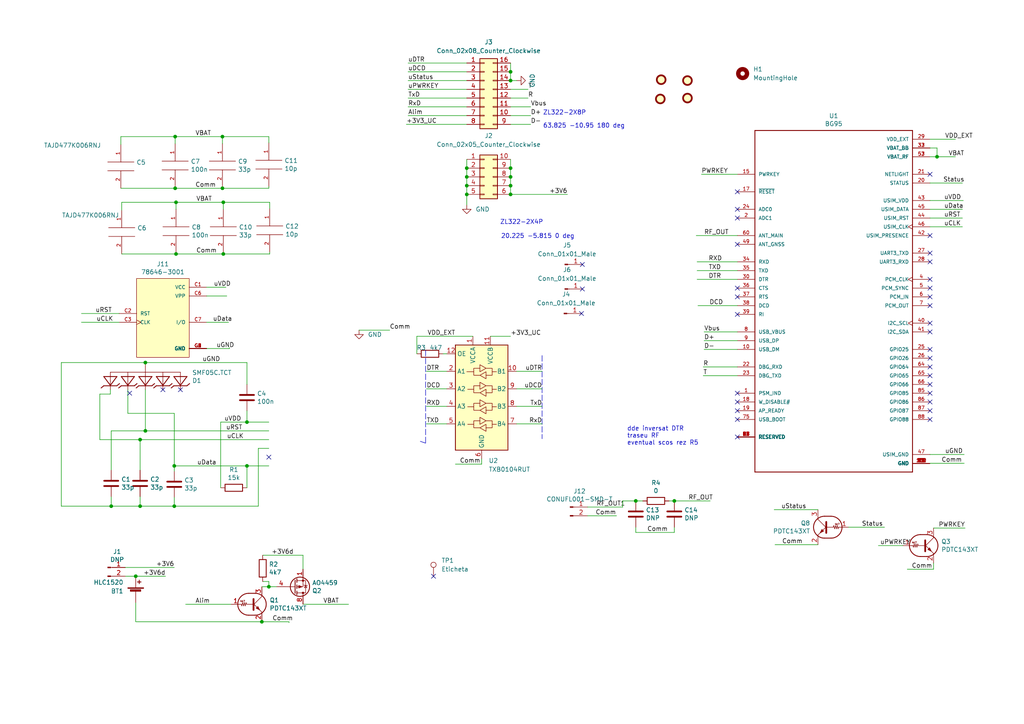
<source format=kicad_sch>
(kicad_sch (version 20211123) (generator eeschema)
  (paper "A4")
  (title_block (title "Modem BG95") (rev "4.0") (company "Delta Electronics SRL"))
  (lib_symbols
    (symbol "BG95:BG95" (pin_names (offset 1.016))
      (property "Reference" "U" (at -22.86 49.276 0))
      (property "Value" "BG95_BG95" (at -22.86 -53.34 0))
      (symbol "BG95_0_0"
        (pin output line (at -27.94 -27.94 0) (length 5.08) (name "PSM_IND") (number "1"))
        (pin bidirectional line (at -27.94 -15.24 0) (length 5.08) (name "USB_DM") (number "10"))
        (pin power_in line (at 27.94 -48.26 180) (length 5.08) (name "GND") (number "100"))
        (pin power_in line (at 27.94 -48.26 180) (length 5.08) (name "GND") (number "101"))
        (pin power_in line (at 27.94 -48.26 180) (length 5.08) (name "GND") (number "102"))
        (pin bidirectional line (at -27.94 -40.64 0) (length 5.08) (name "RESERVED") (number "11"))
        (pin bidirectional line (at -27.94 -40.64 0) (length 5.08) (name "RESERVED") (number "12"))
        (pin bidirectional line (at -27.94 -40.64 0) (length 5.08) (name "RESERVED") (number "13"))
        (pin bidirectional line (at -27.94 -40.64 0) (length 5.08) (name "RESERVED") (number "14"))
        (pin input line (at -27.94 35.56 0) (length 5.08) (name "PWRKEY") (number "15"))
        (pin bidirectional line (at -27.94 -40.64 0) (length 5.08) (name "RESERVED") (number "16"))
        (pin input line (at -27.94 30.48 0) (length 5.08) (name "~{RESET}") (number "17"))
        (pin input line (at -27.94 -30.48 0) (length 5.08) (name "W_DISABLE#") (number "18"))
        (pin input line (at -27.94 -33.02 0) (length 5.08) (name "AP_READY") (number "19"))
        (pin input line (at -27.94 22.86 0) (length 5.08) (name "ADC1") (number "2"))
        (pin output line (at 27.94 33.02 180) (length 5.08) (name "STATUS") (number "20"))
        (pin output line (at 27.94 35.56 180) (length 5.08) (name "NETLIGHT") (number "21"))
        (pin input line (at -27.94 -20.32 0) (length 5.08) (name "DBG_RXD") (number "22"))
        (pin output line (at -27.94 -22.86 0) (length 5.08) (name "DBG_TXD") (number "23"))
        (pin input line (at -27.94 25.4 0) (length 5.08) (name "ADC0") (number "24"))
        (pin bidirectional line (at 27.94 -15.24 180) (length 5.08) (name "GPIO25") (number "25"))
        (pin bidirectional line (at 27.94 -17.78 180) (length 5.08) (name "GPIO26") (number "26"))
        (pin output line (at 27.94 12.7 180) (length 5.08) (name "UART3_TXD") (number "27"))
        (pin input line (at 27.94 10.16 180) (length 5.08) (name "UART3_RXD") (number "28"))
        (pin power_in line (at 27.94 45.72 180) (length 5.08) (name "VDD_EXT") (number "29"))
        (pin power_in line (at 27.94 -48.26 180) (length 5.08) (name "GND") (number "3"))
        (pin input line (at -27.94 5.08 0) (length 5.08) (name "DTR") (number "30"))
        (pin power_in line (at 27.94 -48.26 180) (length 5.08) (name "GND") (number "31"))
        (pin power_in line (at 27.94 43.18 180) (length 5.08) (name "VBAT_BB") (number "32"))
        (pin power_in line (at 27.94 43.18 180) (length 5.08) (name "VBAT_BB") (number "33"))
        (pin input line (at -27.94 10.16 0) (length 5.08) (name "RXD") (number "34"))
        (pin output line (at -27.94 7.62 0) (length 5.08) (name "TXD") (number "35"))
        (pin output line (at -27.94 2.54 0) (length 5.08) (name "CTS") (number "36"))
        (pin input line (at -27.94 0 0) (length 5.08) (name "RTS") (number "37"))
        (pin output line (at -27.94 -2.54 0) (length 5.08) (name "DCD") (number "38"))
        (pin output line (at -27.94 -5.08 0) (length 5.08) (name "RI") (number "39"))
        (pin output clock (at 27.94 5.08 180) (length 5.08) (name "PCM_CLK") (number "4"))
        (pin output clock (at 27.94 -7.62 180) (length 5.08) (name "I2C_SCL") (number "40"))
        (pin bidirectional line (at 27.94 -10.16 180) (length 5.08) (name "I2C_SDA") (number "41"))
        (pin input line (at 27.94 17.78 180) (length 5.08) (name "USIM_PRESENCE") (number "42"))
        (pin power_in line (at 27.94 27.94 180) (length 5.08) (name "USIM_VDD") (number "43"))
        (pin output line (at 27.94 22.86 180) (length 5.08) (name "USIM_RST") (number "44"))
        (pin bidirectional line (at 27.94 25.4 180) (length 5.08) (name "USIM_DATA") (number "45"))
        (pin output clock (at 27.94 20.32 180) (length 5.08) (name "USIM_CLK") (number "46"))
        (pin power_in line (at 27.94 -45.72 180) (length 5.08) (name "USIM_GND") (number "47"))
        (pin power_in line (at 27.94 -48.26 180) (length 5.08) (name "GND") (number "48"))
        (pin input line (at -27.94 15.24 0) (length 5.08) (name "ANT_GNSS") (number "49"))
        (pin output line (at 27.94 2.54 180) (length 5.08) (name "PCM_SYNC") (number "5"))
        (pin power_in line (at 27.94 -48.26 180) (length 5.08) (name "GND") (number "50"))
        (pin bidirectional line (at -27.94 -40.64 0) (length 5.08) (name "RESERVED") (number "51"))
        (pin power_in line (at 27.94 40.64 180) (length 5.08) (name "VBAT_RF") (number "52"))
        (pin power_in line (at 27.94 40.64 180) (length 5.08) (name "VBAT_RF") (number "53"))
        (pin power_in line (at 27.94 -48.26 180) (length 5.08) (name "GND") (number "54"))
        (pin power_in line (at 27.94 -48.26 180) (length 5.08) (name "GND") (number "55"))
        (pin bidirectional line (at -27.94 -40.64 0) (length 5.08) (name "RESERVED") (number "56"))
        (pin bidirectional line (at -27.94 -40.64 0) (length 5.08) (name "RESERVED") (number "57"))
        (pin power_in line (at 27.94 -48.26 180) (length 5.08) (name "GND") (number "58"))
        (pin power_in line (at 27.94 -48.26 180) (length 5.08) (name "GND") (number "59"))
        (pin input line (at 27.94 0 180) (length 5.08) (name "PCM_IN") (number "6"))
        (pin bidirectional line (at -27.94 17.78 0) (length 5.08) (name "ANT_MAIN") (number "60"))
        (pin power_in line (at 27.94 -48.26 180) (length 5.08) (name "GND") (number "61"))
        (pin power_in line (at 27.94 -48.26 180) (length 5.08) (name "GND") (number "62"))
        (pin bidirectional line (at -27.94 -40.64 0) (length 5.08) (name "RESERVED") (number "63"))
        (pin bidirectional line (at 27.94 -20.32 180) (length 5.08) (name "GPIO64") (number "64"))
        (pin bidirectional line (at 27.94 -22.86 180) (length 5.08) (name "GPIO65") (number "65"))
        (pin bidirectional line (at 27.94 -25.4 180) (length 5.08) (name "GPIO66") (number "66"))
        (pin power_in line (at 27.94 -48.26 180) (length 5.08) (name "GND") (number "67"))
        (pin power_in line (at 27.94 -48.26 180) (length 5.08) (name "GND") (number "68"))
        (pin power_in line (at 27.94 -48.26 180) (length 5.08) (name "GND") (number "69"))
        (pin output line (at 27.94 -2.54 180) (length 5.08) (name "PCM_OUT") (number "7"))
        (pin power_in line (at 27.94 -48.26 180) (length 5.08) (name "GND") (number "70"))
        (pin power_in line (at 27.94 -48.26 180) (length 5.08) (name "GND") (number "71"))
        (pin power_in line (at 27.94 -48.26 180) (length 5.08) (name "GND") (number "72"))
        (pin power_in line (at 27.94 -48.26 180) (length 5.08) (name "GND") (number "73"))
        (pin power_in line (at 27.94 -48.26 180) (length 5.08) (name "GND") (number "74"))
        (pin input line (at -27.94 -35.56 0) (length 5.08) (name "USB_BOOT") (number "75"))
        (pin bidirectional line (at -27.94 -40.64 0) (length 5.08) (name "RESERVED") (number "76"))
        (pin bidirectional line (at -27.94 -40.64 0) (length 5.08) (name "RESERVED") (number "77"))
        (pin bidirectional line (at -27.94 -40.64 0) (length 5.08) (name "RESERVED") (number "78"))
        (pin power_in line (at 27.94 -48.26 180) (length 5.08) (name "GND") (number "79"))
        (pin input line (at -27.94 -10.16 0) (length 5.08) (name "USB_VBUS") (number "8"))
        (pin power_in line (at 27.94 -48.26 180) (length 5.08) (name "GND") (number "80"))
        (pin power_in line (at 27.94 -48.26 180) (length 5.08) (name "GND") (number "81"))
        (pin power_in line (at 27.94 -48.26 180) (length 5.08) (name "GND") (number "82"))
        (pin bidirectional line (at -27.94 -40.64 0) (length 5.08) (name "RESERVED") (number "83"))
        (pin bidirectional line (at -27.94 -40.64 0) (length 5.08) (name "RESERVED") (number "84"))
        (pin bidirectional line (at 27.94 -27.94 180) (length 5.08) (name "GPIO85") (number "85"))
        (pin bidirectional line (at 27.94 -30.48 180) (length 5.08) (name "GPIO86") (number "86"))
        (pin bidirectional line (at 27.94 -33.02 180) (length 5.08) (name "GPIO87") (number "87"))
        (pin bidirectional line (at 27.94 -35.56 180) (length 5.08) (name "GPIO88") (number "88"))
        (pin power_in line (at 27.94 -48.26 180) (length 5.08) (name "GND") (number "89"))
        (pin bidirectional line (at -27.94 -12.7 0) (length 5.08) (name "USB_DP") (number "9"))
        (pin power_in line (at 27.94 -48.26 180) (length 5.08) (name "GND") (number "90"))
        (pin power_in line (at 27.94 -48.26 180) (length 5.08) (name "GND") (number "91"))
        (pin bidirectional line (at -27.94 -40.64 0) (length 5.08) (name "RESERVED") (number "92"))
        (pin bidirectional line (at -27.94 -40.64 0) (length 5.08) (name "RESERVED") (number "93"))
        (pin bidirectional line (at -27.94 -40.64 0) (length 5.08) (name "RESERVED") (number "94"))
        (pin bidirectional line (at -27.94 -40.64 0) (length 5.08) (name "RESERVED") (number "95"))
        (pin bidirectional line (at -27.94 -40.64 0) (length 5.08) (name "RESERVED") (number "96"))
        (pin bidirectional line (at -27.94 -40.64 0) (length 5.08) (name "RESERVED") (number "97"))
        (pin bidirectional line (at -27.94 -40.64 0) (length 5.08) (name "RESERVED") (number "98"))
        (pin bidirectional line (at -27.94 -40.64 0) (length 5.08) (name "RESERVED") (number "99"))
      )
    )
    (symbol "Connector:Conn_01x01_Male" (pin_names (offset 1.016) hide)
      (property "Reference" "J" (at 0 2.54 0))
      (property "Value" "Conn_01x01_Male" (at 0 -2.54 0))
      (symbol "Conn_01x01_Male_1_1"
        (pin passive line (at 5.08 0 180) (length 3.81) (name "Pin_1") (number "1"))
      )
    )
    (symbol "Connector:Conn_01x02_Male" (pin_names (offset 1.016) hide)
      (property "Reference" "J" (at 0 2.54 0))
      (property "Value" "Conn_01x02_Male" (at 0 -5.08 0))
      (symbol "Conn_01x02_Male_1_1"
        (pin passive line (at 5.08 0 180) (length 3.81) (name "Pin_1") (number "1"))
        (pin passive line (at 5.08 -2.54 180) (length 3.81) (name "Pin_2") (number "2"))
      )
    )
    (symbol "Connector:TestPoint" (pin_numbers hide) (pin_names (offset 0.762) hide)
      (property "Reference" "TP" (at 0 6.858 0))
      (property "Value" "TestPoint" (at 0 5.08 0))
      (symbol "TestPoint_1_1"
        (pin passive line (at 0 0 90) (length 2.54) (name "1") (number "1"))
      )
    )
    (symbol "Connector_Generic:Conn_02x05_Counter_Clockwise" (pin_names (offset 1.016) hide)
      (property "Reference" "J" (at 1.27 7.62 0))
      (property "Value" "Conn_02x05_Counter_Clockwise" (at 1.27 -7.62 0))
      (symbol "Conn_02x05_Counter_Clockwise_1_1"
        (pin passive line (at -5.08 5.08 0) (length 3.81) (name "Pin_1") (number "1"))
        (pin passive line (at 7.62 5.08 180) (length 3.81) (name "Pin_10") (number "10"))
        (pin passive line (at -5.08 2.54 0) (length 3.81) (name "Pin_2") (number "2"))
        (pin passive line (at -5.08 0 0) (length 3.81) (name "Pin_3") (number "3"))
        (pin passive line (at -5.08 -2.54 0) (length 3.81) (name "Pin_4") (number "4"))
        (pin passive line (at -5.08 -5.08 0) (length 3.81) (name "Pin_5") (number "5"))
        (pin passive line (at 7.62 -5.08 180) (length 3.81) (name "Pin_6") (number "6"))
        (pin passive line (at 7.62 -2.54 180) (length 3.81) (name "Pin_7") (number "7"))
        (pin passive line (at 7.62 0 180) (length 3.81) (name "Pin_8") (number "8"))
        (pin passive line (at 7.62 2.54 180) (length 3.81) (name "Pin_9") (number "9"))
      )
    )
    (symbol "Connector_Generic:Conn_02x08_Counter_Clockwise" (pin_names (offset 1.016) hide)
      (property "Reference" "J" (at 1.27 10.16 0))
      (property "Value" "Conn_02x08_Counter_Clockwise" (at 1.27 -12.7 0))
      (symbol "Conn_02x08_Counter_Clockwise_1_1"
        (pin passive line (at -5.08 7.62 0) (length 3.81) (name "Pin_1") (number "1"))
        (pin passive line (at 7.62 -7.62 180) (length 3.81) (name "Pin_10") (number "10"))
        (pin passive line (at 7.62 -5.08 180) (length 3.81) (name "Pin_11") (number "11"))
        (pin passive line (at 7.62 -2.54 180) (length 3.81) (name "Pin_12") (number "12"))
        (pin passive line (at 7.62 0 180) (length 3.81) (name "Pin_13") (number "13"))
        (pin passive line (at 7.62 2.54 180) (length 3.81) (name "Pin_14") (number "14"))
        (pin passive line (at 7.62 5.08 180) (length 3.81) (name "Pin_15") (number "15"))
        (pin passive line (at 7.62 7.62 180) (length 3.81) (name "Pin_16") (number "16"))
        (pin passive line (at -5.08 5.08 0) (length 3.81) (name "Pin_2") (number "2"))
        (pin passive line (at -5.08 2.54 0) (length 3.81) (name "Pin_3") (number "3"))
        (pin passive line (at -5.08 0 0) (length 3.81) (name "Pin_4") (number "4"))
        (pin passive line (at -5.08 -2.54 0) (length 3.81) (name "Pin_5") (number "5"))
        (pin passive line (at -5.08 -5.08 0) (length 3.81) (name "Pin_6") (number "6"))
        (pin passive line (at -5.08 -7.62 0) (length 3.81) (name "Pin_7") (number "7"))
        (pin passive line (at -5.08 -10.16 0) (length 3.81) (name "Pin_8") (number "8"))
        (pin passive line (at 7.62 -10.16 180) (length 3.81) (name "Pin_9") (number "9"))
      )
    )
    (symbol "Device:Battery_Cell" (pin_numbers hide) (pin_names (offset 0) hide)
      (property "Reference" "BT" (at 2.54 2.54 0))
      (property "Value" "Battery_Cell" (at 2.54 0 0))
      (symbol "Battery_Cell_1_1"
        (pin passive line (at 0 5.08 270) (length 2.54) (name "+") (number "1"))
        (pin passive line (at 0 -2.54 90) (length 2.54) (name "-") (number "2"))
      )
    )
    (symbol "Device:C" (pin_numbers hide) (pin_names (offset 0.254))
      (property "Reference" "C" (at 0.635 2.54 0))
      (property "Value" "C" (at 0.635 -2.54 0))
      (symbol "C_1_1"
        (pin passive line (at 0 3.81 270) (length 2.794) (name "~") (number "1"))
        (pin passive line (at 0 -3.81 90) (length 2.794) (name "~") (number "2"))
      )
    )
    (symbol "Device:R" (pin_numbers hide) (pin_names (offset 0))
      (property "Reference" "R" (at 2.032 0 90))
      (property "Value" "R" (at 0 0 90))
      (symbol "R_1_1"
        (pin passive line (at 0 3.81 270) (length 1.27) (name "~") (number "1"))
        (pin passive line (at 0 -3.81 90) (length 1.27) (name "~") (number "2"))
      )
    )
    (symbol "Logic_LevelTranslator:TXB0104RUT"
      (property "Reference" "U" (at -6.35 16.51 0))
      (property "Value" "TXB0104RUT" (at 3.81 16.51 0))
      (symbol "TXB0104RUT_1_1"
        (pin power_in line (at -2.54 17.78 270) (length 2.54) (name "VCCA") (number "1"))
        (pin tri_state line (at 10.16 7.62 180) (length 2.54) (name "B1") (number "10"))
        (pin power_in line (at 2.54 17.78 270) (length 2.54) (name "VCCB") (number "11"))
        (pin input line (at -10.16 12.7 0) (length 2.54) (name "OE") (number "12"))
        (pin tri_state line (at -10.16 7.62 0) (length 2.54) (name "A1") (number "2"))
        (pin tri_state line (at -10.16 2.54 0) (length 2.54) (name "A2") (number "3"))
        (pin tri_state line (at -10.16 -2.54 0) (length 2.54) (name "A3") (number "4"))
        (pin tri_state line (at -10.16 -7.62 0) (length 2.54) (name "A4") (number "5"))
        (pin power_in line (at 0 -17.78 90) (length 2.54) (name "GND") (number "6"))
        (pin tri_state line (at 10.16 -7.62 180) (length 2.54) (name "B4") (number "7"))
        (pin tri_state line (at 10.16 -2.54 180) (length 2.54) (name "B3") (number "8"))
        (pin tri_state line (at 10.16 2.54 180) (length 2.54) (name "B2") (number "9"))
      )
    )
    (symbol "Mechanical:Fiducial"
      (property "Reference" "FID" (at 0 5.08 0))
      (property "Value" "Fiducial" (at 0 3.175 0))
    )
    (symbol "Mechanical:MountingHole" (pin_names (offset 1.016))
      (property "Reference" "H" (at 0 5.08 0))
      (property "Value" "MountingHole" (at 0 3.175 0))
    )
    (symbol "SMF05C:SMF05C" (pin_numbers hide) (pin_names (offset 1.016) hide)
      (property "Reference" "D" (at -23.0124 0.1016 0))
      (property "Value" "SMF05C_SMF05C" (at -23.0378 -1.9558 0))
      (symbol "SMF05C_0_0"
        (pin passive line (at -7.62 2.54 270) (length 2.54) (name "~") (number "1"))
        (pin passive line (at 2.54 -5.08 90) (length 2.54) (name "~") (number "2"))
        (pin passive line (at -2.54 2.54 270) (length 2.54) (name "~") (number "3"))
        (pin passive line (at 2.54 2.54 270) (length 2.54) (name "~") (number "4"))
        (pin passive line (at 7.62 2.54 270) (length 2.54) (name "~") (number "5"))
        (pin passive line (at 12.7 2.54 270) (length 2.54) (name "~") (number "6"))
      )
    )
    (symbol "SimSocketMolex:78646-3001" (pin_names (offset 1.016))
      (property "Reference" "J" (at -7.112 10.668 0))
      (property "Value" "SimSocketMolex_78646-3001" (at -7.3914 -14.7828 0))
      (symbol "78646-3001_0_0"
        (pin power_in line (at 12.7 7.62 180) (length 5.08) (name "VCC") (number "C1"))
        (pin input line (at -12.7 0 0) (length 5.08) (name "RST") (number "C2"))
        (pin input clock (at -12.7 -2.54 0) (length 5.08) (name "CLK") (number "C3"))
        (pin power_in line (at 12.7 -10.16 180) (length 5.08) (name "GND") (number "C5"))
        (pin power_in line (at 12.7 5.08 180) (length 5.08) (name "VPP") (number "C6"))
        (pin bidirectional line (at 12.7 -2.54 180) (length 5.08) (name "I/O") (number "C7"))
        (pin power_in line (at 12.7 -10.16 180) (length 5.08) (name "GND") (number "G1"))
        (pin power_in line (at 12.7 -10.16 180) (length 5.08) (name "GND") (number "G2"))
        (pin power_in line (at 12.7 -10.16 180) (length 5.08) (name "GND") (number "G3"))
        (pin power_in line (at 12.7 -10.16 180) (length 5.08) (name "GND") (number "G4"))
        (pin power_in line (at 12.7 -10.16 180) (length 5.08) (name "GND") (number "G5"))
        (pin power_in line (at 12.7 -10.16 180) (length 5.08) (name "GND") (number "G6"))
      )
    )
    (symbol "Transistor_BJT:DTC143T" (pin_names (offset 0) hide)
      (property "Reference" "Q" (at 5.08 1.905 0))
      (property "Value" "DTC143T" (at 5.08 0 0))
      (symbol "DTC143T_0_0"
        (text "4k7" (at -3.048 0.889 0) (effects (font (size 0.508 0.508))))
      )
      (symbol "DTC143T_1_1"
        (pin input line (at -6.35 0 0) (length 2.54) (name "B") (number "1"))
        (pin passive line (at 2.54 -5.08 90) (length 2.54) (name "E") (number "2"))
        (pin passive line (at 2.54 5.08 270) (length 2.54) (name "C") (number "3"))
      )
    )
    (symbol "Transistor_FET:FDS9435A" (pin_names hide)
      (property "Reference" "Q" (at 5.08 1.905 0))
      (property "Value" "FDS9435A" (at 5.08 0 0))
      (symbol "FDS9435A_1_1"
        (pin passive line (at 2.54 -5.08 90) (length 2.54) (name "S") (number "1"))
        (pin passive line (at 2.54 -5.08 90) (length 2.54) hide (name "S") (number "2"))
        (pin passive line (at 2.54 -5.08 90) (length 2.54) hide (name "S") (number "3"))
        (pin passive line (at -5.08 0 0) (length 2.54) (name "G") (number "4"))
        (pin passive line (at 2.54 5.08 270) (length 2.54) hide (name "D") (number "5"))
        (pin passive line (at 2.54 5.08 270) (length 2.54) hide (name "D") (number "6"))
        (pin passive line (at 2.54 5.08 270) (length 2.54) hide (name "D") (number "7"))
        (pin passive line (at 2.54 5.08 270) (length 2.54) (name "D") (number "8"))
      )
    )
    (symbol "power:GND" (power) (pin_names (offset 0))
      (property "Value" "GND" (at 0 -3.81 0))
      (symbol "GND_1_1"
        (pin power_in line (at 0 0 270) (length 0) hide (name "GND") (number "1"))
      )
    )
    (symbol "pspice:CAP" (pin_names (offset 0.254))
      (property "Reference" "C" (at 2.54 3.81 90))
      (property "Value" "CAP" (at 2.54 -3.81 90))
      (symbol "CAP_1_1"
        (pin passive line (at 0 6.35 270) (length 5.08) (name "~") (number "1"))
        (pin passive line (at 0 -6.35 90) (length 5.08) (name "~") (number "2"))
      )
    )
  )
  (junction (at 148.082 51.308))
  (junction (at 135.382 48.768))
  (junction (at 184.404 145.288))
  (junction (at 64.77 58.674))
  (junction (at 42.164 124.968))
  (junction (at 39.37 167.132))
  (junction (at 135.382 53.848))
  (junction (at 50.546 146.812))
  (junction (at 64.77 73.66))
  (junction (at 77.978 170.18))
  (junction (at 50.8 54.61))
  (junction (at 71.628 122.428))
  (junction (at 42.164 105.156))
  (junction (at 51.054 58.674))
  (junction (at 195.58 145.288))
  (junction (at 51.054 73.66))
  (junction (at 135.382 56.388))
  (junction (at 32.258 146.812))
  (junction (at 148.082 53.848))
  (junction (at 148.082 48.768))
  (junction (at 148.082 23.368))
  (junction (at 75.946 180.34))
  (junction (at 50.8 39.624))
  (junction (at 50.546 135.128))
  (junction (at 71.628 135.128))
  (junction (at 271.78 45.466))
  (junction (at 64.516 39.624))
  (junction (at 64.516 54.61))
  (junction (at 148.082 20.828))
  (junction (at 40.64 146.812))
  (junction (at 40.64 127.508))
  (junction (at 135.382 51.308))
  (junction (at 148.082 56.388))
  (no_connect (at 168.656 90.932))
  (no_connect (at 269.748 106.426))
  (no_connect (at 52.324 113.03))
  (no_connect (at 269.748 75.946))
  (no_connect (at 213.868 114.046))
  (no_connect (at 213.868 121.666))
  (no_connect (at 213.868 86.106))
  (no_connect (at 269.748 114.046))
  (no_connect (at 168.91 76.708))
  (no_connect (at 269.748 101.346))
  (no_connect (at 269.748 68.326))
  (no_connect (at 269.748 116.586))
  (no_connect (at 269.748 121.666))
  (no_connect (at 213.868 119.126))
  (no_connect (at 213.868 83.566))
  (no_connect (at 269.748 93.726))
  (no_connect (at 269.748 119.126))
  (no_connect (at 269.748 108.966))
  (no_connect (at 125.73 167.132))
  (no_connect (at 47.244 113.03))
  (no_connect (at 213.868 126.746))
  (no_connect (at 213.868 116.586))
  (no_connect (at 269.748 86.106))
  (no_connect (at 269.748 83.566))
  (no_connect (at 213.868 91.186))
  (no_connect (at 77.978 132.588))
  (no_connect (at 213.868 70.866))
  (no_connect (at 37.592 114.046))
  (no_connect (at 269.748 73.406))
  (no_connect (at 269.748 88.646))
  (no_connect (at 213.868 55.626))
  (no_connect (at 269.748 50.546))
  (no_connect (at 269.748 103.886))
  (no_connect (at 269.748 81.026))
  (no_connect (at 213.868 63.246))
  (no_connect (at 213.868 60.706))
  (no_connect (at 269.748 96.266))
  (no_connect (at 269.748 111.506))
  (no_connect (at 168.91 83.82))
  (wire (pts (xy 74.93 146.812) (xy 50.546 146.812)))
  (wire (pts (xy 118.364 28.448) (xy 135.382 28.448)))
  (wire (pts (xy 148.082 36.068) (xy 153.924 36.068)))
  (wire (pts (xy 139.7 134.62) (xy 132.08 134.62)))
  (wire (pts (xy 37.084 119.888) (xy 37.084 113.03)))
  (wire (pts (xy 180.594 145.288) (xy 180.594 147.066)))
  (wire (pts (xy 203.962 108.966) (xy 213.868 108.966)))
  (wire (pts (xy 204.216 98.806) (xy 213.868 98.806)))
  (wire (pts (xy 270.764 163.322) (xy 270.764 165.1)))
  (wire (pts (xy 35.306 58.674) (xy 51.054 58.674)))
  (wire (pts (xy 157.226 107.696) (xy 149.86 107.696)))
  (wire (pts (xy 195.58 152.908) (xy 195.58 154.432)))
  (wire (pts (xy 204.216 96.266) (xy 213.868 96.266)))
  (wire (pts (xy 40.64 144.018) (xy 40.64 146.812)))
  (wire (pts (xy 50.8 39.624) (xy 64.516 39.624)))
  (wire (pts (xy 269.748 65.786) (xy 279.146 65.786)))
  (wire (pts (xy 32.258 146.812) (xy 40.64 146.812)))
  (wire (pts (xy 17.78 146.812) (xy 32.258 146.812)))
  (wire (pts (xy 32.258 144.018) (xy 32.258 146.812)))
  (wire (pts (xy 120.904 97.536) (xy 120.904 102.616)))
  (wire (pts (xy 213.868 88.646) (xy 202.438 88.646)))
  (wire (pts (xy 64.008 122.428) (xy 71.628 122.428)))
  (wire (pts (xy 148.082 48.768) (xy 148.082 51.308)))
  (wire (pts (xy 59.944 85.852) (xy 65.786 85.852)))
  (wire (pts (xy 148.082 23.368) (xy 149.86 23.368)))
  (wire (pts (xy 40.64 127.508) (xy 77.978 127.508)))
  (wire (pts (xy 118.364 25.908) (xy 135.382 25.908)))
  (wire (pts (xy 76.2 168.656) (xy 77.978 168.656)))
  (wire (pts (xy 129.54 112.776) (xy 123.698 112.776)))
  (wire (pts (xy 50.8 41.656) (xy 50.8 39.624)))
  (wire (pts (xy 35.052 54.61) (xy 50.8 54.61)))
  (wire (pts (xy 269.748 42.926) (xy 271.78 42.926)))
  (wire (pts (xy 71.628 122.428) (xy 77.978 122.428)))
  (wire (pts (xy 78.232 73.66) (xy 78.232 73.152)))
  (wire (pts (xy 39.37 180.34) (xy 39.37 174.752)))
  (wire (pts (xy 32.258 124.968) (xy 32.258 136.398)))
  (wire (pts (xy 148.082 46.228) (xy 148.082 48.768)))
  (wire (pts (xy 237.236 157.988) (xy 224.79 157.988)))
  (wire (pts (xy 50.8 54.61) (xy 50.8 54.356)))
  (wire (pts (xy 87.884 175.26) (xy 101.092 175.26)))
  (wire (pts (xy 269.748 45.466) (xy 271.78 45.466)))
  (wire (pts (xy 64.77 58.674) (xy 78.232 58.674)))
  (wire (pts (xy 77.978 39.624) (xy 77.978 41.402)))
  (wire (pts (xy 135.382 23.368) (xy 118.364 23.368)))
  (wire (pts (xy 118.364 30.988) (xy 135.382 30.988)))
  (wire (pts (xy 67.056 175.26) (xy 53.848 175.26)))
  (wire (pts (xy 36.322 164.592) (xy 50.546 164.592)))
  (wire (pts (xy 50.546 135.128) (xy 71.628 135.128)))
  (polyline (pts (xy 157.226 103.124) (xy 157.226 127.254)))
  (wire (pts (xy 35.306 60.96) (xy 35.306 58.674)))
  (wire (pts (xy 59.944 93.472) (xy 66.294 93.472)))
  (wire (pts (xy 35.052 39.624) (xy 50.8 39.624)))
  (wire (pts (xy 35.306 73.66) (xy 51.054 73.66)))
  (wire (pts (xy 50.546 119.888) (xy 37.084 119.888)))
  (wire (pts (xy 203.962 106.426) (xy 213.868 106.426)))
  (wire (pts (xy 139.7 133.096) (xy 139.7 134.62)))
  (wire (pts (xy 77.978 135.128) (xy 71.628 135.128)))
  (wire (pts (xy 148.082 30.988) (xy 153.924 30.988)))
  (wire (pts (xy 135.382 20.828) (xy 118.364 20.828)))
  (wire (pts (xy 28.956 114.3) (xy 32.004 114.3)))
  (wire (pts (xy 64.77 73.66) (xy 64.77 73.406)))
  (wire (pts (xy 77.978 170.18) (xy 80.264 170.18)))
  (wire (pts (xy 123.698 107.696) (xy 129.54 107.696)))
  (wire (pts (xy 184.404 154.432) (xy 195.58 154.432)))
  (wire (pts (xy 64.516 41.656) (xy 64.516 39.624)))
  (wire (pts (xy 36.322 167.132) (xy 39.37 167.132)))
  (wire (pts (xy 42.164 113.03) (xy 42.164 124.968)))
  (wire (pts (xy 64.77 60.706) (xy 64.77 58.674)))
  (wire (pts (xy 17.78 146.812) (xy 17.78 105.156)))
  (wire (pts (xy 148.082 53.848) (xy 148.082 56.388)))
  (wire (pts (xy 148.082 56.388) (xy 164.592 56.388)))
  (wire (pts (xy 195.58 145.288) (xy 205.994 145.288)))
  (wire (pts (xy 129.54 117.856) (xy 123.698 117.856)))
  (wire (pts (xy 34.544 93.472) (xy 23.622 93.472)))
  (wire (pts (xy 74.93 130.048) (xy 74.93 146.812)))
  (wire (pts (xy 261.874 158.242) (xy 254.762 158.242)))
  (wire (pts (xy 40.64 127.508) (xy 40.64 136.398)))
  (wire (pts (xy 213.868 81.026) (xy 202.184 81.026)))
  (wire (pts (xy 34.544 90.932) (xy 23.622 90.932)))
  (wire (pts (xy 157.226 117.856) (xy 149.86 117.856)))
  (wire (pts (xy 75.946 170.18) (xy 77.978 170.18)))
  (wire (pts (xy 66.548 101.092) (xy 66.548 100.838)))
  (wire (pts (xy 170.434 149.606) (xy 178.816 149.606)))
  (wire (pts (xy 51.054 60.706) (xy 51.054 58.674)))
  (wire (pts (xy 148.082 28.448) (xy 153.162 28.448)))
  (wire (pts (xy 64.516 39.624) (xy 77.978 39.624)))
  (wire (pts (xy 64.516 54.61) (xy 64.516 54.356)))
  (wire (pts (xy 180.594 147.066) (xy 170.434 147.066)))
  (wire (pts (xy 17.78 105.156) (xy 42.164 105.156)))
  (wire (pts (xy 184.404 145.288) (xy 186.436 145.288)))
  (wire (pts (xy 39.37 167.132) (xy 48.006 167.132)))
  (wire (pts (xy 71.628 119.126) (xy 71.628 122.428)))
  (wire (pts (xy 77.978 54.61) (xy 77.978 54.102)))
  (wire (pts (xy 77.978 168.656) (xy 77.978 170.18)))
  (wire (pts (xy 271.78 42.926) (xy 271.78 45.466)))
  (wire (pts (xy 51.054 58.674) (xy 64.77 58.674)))
  (wire (pts (xy 148.082 20.828) (xy 148.082 23.368)))
  (wire (pts (xy 104.14 95.758) (xy 113.03 95.758)))
  (wire (pts (xy 64.77 73.66) (xy 78.232 73.66)))
  (wire (pts (xy 184.404 145.288) (xy 180.594 145.288)))
  (wire (pts (xy 78.232 58.674) (xy 78.232 60.452)))
  (wire (pts (xy 50.8 54.61) (xy 64.516 54.61)))
  (wire (pts (xy 213.868 68.326) (xy 201.93 68.326)))
  (wire (pts (xy 129.54 122.936) (xy 123.698 122.936)))
  (wire (pts (xy 40.64 127.508) (xy 28.956 127.508)))
  (wire (pts (xy 51.054 73.66) (xy 51.054 73.406)))
  (wire (pts (xy 269.748 53.086) (xy 279.146 53.086)))
  (wire (pts (xy 203.454 50.546) (xy 213.868 50.546)))
  (wire (pts (xy 77.978 124.968) (xy 42.164 124.968)))
  (wire (pts (xy 59.944 101.092) (xy 66.548 101.092)))
  (wire (pts (xy 194.056 145.288) (xy 195.58 145.288)))
  (wire (pts (xy 148.082 25.908) (xy 153.162 25.908)))
  (wire (pts (xy 135.382 46.228) (xy 135.382 48.768)))
  (wire (pts (xy 87.884 161.036) (xy 87.884 165.1)))
  (wire (pts (xy 157.226 112.776) (xy 149.86 112.776)))
  (wire (pts (xy 148.082 33.528) (xy 153.924 33.528)))
  (wire (pts (xy 135.382 56.388) (xy 135.382 59.436)))
  (wire (pts (xy 42.164 105.156) (xy 42.164 105.41)))
  (wire (pts (xy 59.944 83.312) (xy 65.532 83.312)))
  (wire (pts (xy 51.054 73.66) (xy 64.77 73.66)))
  (wire (pts (xy 135.382 48.768) (xy 135.382 51.308)))
  (wire (pts (xy 135.382 53.848) (xy 135.382 56.388)))
  (wire (pts (xy 269.748 40.386) (xy 277.114 40.386)))
  (wire (pts (xy 269.748 63.246) (xy 279.146 63.246)))
  (wire (pts (xy 128.524 102.616) (xy 129.54 102.616)))
  (wire (pts (xy 148.082 51.308) (xy 148.082 53.848)))
  (wire (pts (xy 270.764 153.162) (xy 279.908 153.162)))
  (wire (pts (xy 42.164 124.968) (xy 32.258 124.968)))
  (wire (pts (xy 42.164 105.156) (xy 71.628 105.156)))
  (wire (pts (xy 213.868 78.486) (xy 202.184 78.486)))
  (wire (pts (xy 64.516 54.61) (xy 77.978 54.61)))
  (wire (pts (xy 213.868 75.946) (xy 202.184 75.946)))
  (wire (pts (xy 269.748 58.166) (xy 279.4 58.166)))
  (wire (pts (xy 75.946 180.34) (xy 83.82 180.34)))
  (wire (pts (xy 269.748 131.826) (xy 279.654 131.826)))
  (wire (pts (xy 237.236 147.828) (xy 224.536 147.828)))
  (wire (pts (xy 32.004 114.3) (xy 32.004 113.03)))
  (wire (pts (xy 157.226 122.936) (xy 149.86 122.936)))
  (wire (pts (xy 50.546 119.888) (xy 50.546 135.128)))
  (wire (pts (xy 269.748 60.706) (xy 279.146 60.706)))
  (polyline (pts (xy 121.92 128.016) (xy 123.444 128.524)))
  (wire (pts (xy 204.216 101.346) (xy 213.868 101.346)))
  (wire (pts (xy 148.082 18.288) (xy 148.082 20.828)))
  (wire (pts (xy 120.904 97.536) (xy 137.16 97.536)))
  (wire (pts (xy 76.2 161.036) (xy 87.884 161.036)))
  (wire (pts (xy 246.126 152.908) (xy 256.54 152.908)))
  (wire (pts (xy 269.748 134.366) (xy 279.654 134.366)))
  (wire (pts (xy 40.64 146.812) (xy 50.546 146.812)))
  (wire (pts (xy 71.628 105.156) (xy 71.628 111.506)))
  (wire (pts (xy 184.404 154.432) (xy 184.404 152.908)))
  (wire (pts (xy 50.546 144.272) (xy 50.546 146.812)))
  (wire (pts (xy 270.764 165.1) (xy 263.144 165.1)))
  (wire (pts (xy 75.946 180.34) (xy 39.37 180.34)))
  (wire (pts (xy 77.978 130.048) (xy 74.93 130.048)))
  (polyline (pts (xy 123.444 101.6) (xy 123.444 128.524)))
  (wire (pts (xy 118.364 33.528) (xy 135.382 33.528)))
  (wire (pts (xy 71.628 141.478) (xy 71.628 135.128)))
  (wire (pts (xy 50.546 135.128) (xy 50.546 136.652)))
  (wire (pts (xy 64.008 141.478) (xy 64.008 122.428)))
  (wire (pts (xy 142.24 97.536) (xy 148.082 97.536)))
  (wire (pts (xy 83.82 180.34) (xy 83.82 180.594)))
  (wire (pts (xy 35.052 41.91) (xy 35.052 39.624)))
  (wire (pts (xy 135.382 51.308) (xy 135.382 53.848)))
  (wire (pts (xy 135.382 36.068) (xy 117.856 36.068)))
  (wire (pts (xy 135.382 18.288) (xy 118.364 18.288)))
  (wire (pts (xy 28.956 127.508) (xy 28.956 114.3)))
  (wire (pts (xy 271.78 45.466) (xy 277.114 45.466)))
  (text "ZL322-2X8P" (at 157.48 33.528 0) (effects (font (size 1.27 1.27)) (justify left bottom)))
  (text "20.225 -5.815 0 deg" (at 145.288 69.342 0) (effects (font (size 1.27 1.27)) (justify left bottom)))
  (text "dde inversat DTR\ntraseu RF\neventual scos rez R5" (at 181.864 129.286 0) (effects (font (size 1.27 1.27)) (justify left bottom)))
  (text "ZL322-2X4P\n\n" (at 145.034 67.31 0) (effects (font (size 1.27 1.27)) (justify left bottom)))
  (text "63.825 -10.95 180 deg" (at 157.48 37.338 0) (effects (font (size 1.27 1.27)) (justify left bottom)))
  (label "Comm" (at 226.822 157.988 0))
  (label "uDCD" (at 118.364 20.828 0))
  (label "VBAT" (at 56.642 39.624 0))
  (label "Status" (at 249.936 152.908 0))
  (label "+3V6d" (at 78.74 161.036 0))
  (label "D+" (at 153.924 33.528 0))
  (label "DTR" (at 205.486 81.026 0))
  (label "VDD_EXT" (at 274.066 40.386 0))
  (label "RXD" (at 205.486 75.946 0))
  (label "VDD_EXT" (at 123.952 97.536 0))
  (label "TXD" (at 205.486 78.486 0))
  (label "Comm" (at 133.35 134.62 0))
  (label "+3V3_UC" (at 148.082 97.536 0))
  (label "Vbus" (at 204.216 96.266 0))
  (label "uGND" (at 274.066 131.826 0))
  (label "DCD" (at 123.698 112.776 0))
  (label "uRST" (at 273.812 63.246 0))
  (label "D+" (at 204.216 98.806 0))
  (label "PWRKEY" (at 279.908 153.162 180))
  (label "uData" (at 61.722 93.472 0))
  (label "uDTR" (at 157.226 107.696 180))
  (label "uCLK" (at 273.812 65.786 0))
  (label "VBAT" (at 93.726 175.26 0))
  (label "uVDD" (at 61.976 83.312 0))
  (label "PWRKEY" (at 203.454 50.546 0))
  (label "Comm" (at 56.896 73.66 0))
  (label "VBAT" (at 275.082 45.466 0))
  (label "Comm" (at 172.72 149.606 0))
  (label "D-" (at 153.924 36.068 0))
  (label "uStatus" (at 226.568 147.828 0))
  (label "VBAT" (at 56.896 58.674 0))
  (label "R" (at 203.962 106.426 0))
  (label "uDCD" (at 157.226 112.776 180))
  (label "Comm" (at 273.05 134.366 0))
  (label "Alim" (at 56.642 175.26 0))
  (label "RxD" (at 157.226 122.936 180))
  (label "Comm" (at 264.414 165.1 0))
  (label "DTR" (at 123.698 107.696 0))
  (label "uStatus" (at 118.364 23.368 0))
  (label "+3V3_UC" (at 117.856 36.068 0))
  (label "Alim" (at 118.364 33.528 0))
  (label "Comm" (at 78.994 180.34 0))
  (label "Status" (at 273.558 53.086 0))
  (label "DCD" (at 205.74 88.646 0))
  (label "Vbus" (at 153.924 30.988 0))
  (label "+3V6" (at 164.592 56.388 180))
  (label "uPWRKEY" (at 118.364 25.908 0))
  (label "Comm" (at 113.03 95.758 0))
  (label "Comm" (at 56.642 54.61 0))
  (label "uCLK" (at 27.94 93.472 0))
  (label "T" (at 203.962 108.966 0))
  (label "RxD" (at 118.364 30.988 0))
  (label "RF_OUT1" (at 172.974 147.066 0))
  (label "uVDD" (at 65.024 122.428 0))
  (label "uRST" (at 27.686 90.932 0))
  (label "RF_OUT" (at 204.216 68.326 0))
  (label "uPWRKEY" (at 255.27 158.242 0))
  (label "+3V6d" (at 48.006 167.132 180))
  (label "uRST" (at 65.532 124.968 0))
  (label "uGND" (at 58.674 105.156 0))
  (label "uData" (at 273.812 60.706 0))
  (label "D-" (at 204.216 101.346 0))
  (label "uData" (at 57.15 135.128 0))
  (label "RXD" (at 123.698 117.856 0))
  (label "RF_OUT" (at 199.644 145.288 0))
  (label "TxD" (at 118.364 28.448 0))
  (label "TxD" (at 157.226 117.856 180))
  (label "uVDD" (at 273.812 58.166 0))
  (label "uDTR" (at 118.364 18.288 0))
  (label "Comm" (at 187.706 154.432 0))
  (label "uCLK" (at 65.786 127.508 0))
  (label "R" (at 153.162 28.448 0))
  (label "+3V6" (at 50.546 164.592 180))
  (label "T" (at 153.162 25.908 0))
  (label "uGND" (at 62.738 101.092 0))
  (label "TXD" (at 123.698 122.936 0))
  (symbol (lib_id "BG95:BG95") (at 241.808 86.106 0) (unit 1)
    (property "Reference" "U1" (at 241.808 33.6042 0))
    (property "Value" "BG95" (at 241.808 35.9156 0))
    (property "Footprint" "BG95:XCVR_BG95M3LA-64-SGNS" (effects hide))
    (property "Datasheet" "1.1" (effects hide))
    (property "Field5" "Quectel" (effects hide))
    (property "Field6" "Manufacturer Recommendations" (effects hide))
  )
  (symbol (lib_id "Transistor_BJT:DTC143T") (at 239.776 152.908 0) (mirror y) (unit 1)
    (property "Reference" "Q8" (at 235.0008 151.7396 0) (effects (justify left)))
    (property "Value" "PDTC143XT" (at 235.0008 154.051 0) (effects (justify left)))
    (property "Footprint" "Package_TO_SOT_SMD:SOT-23" (effects hide))
  )
  (symbol (lib_id "SMF05C:SMF05C") (at 44.704 110.49 180) (unit 1)
    (property "Reference" "D1" (at 55.7276 110.3884 0) (effects (justify right)))
    (property "Value" "SMF05C.TCT" (at 55.7276 108.077 0) (effects (justify right)))
    (property "Footprint" "Diode_SMD:SC70-6" (effects hide))
  )
  (symbol (lib_id "Device:R") (at 67.818 141.478 90) (unit 1)
    (property "Reference" "R1" (at 67.818 136.2202 90))
    (property "Value" "15k" (at 67.818 138.5316 90))
    (property "Footprint" "Resistor_SMD:R_0603_1608Metric" (effects hide))
  )
  (symbol (lib_id "Device:C") (at 32.258 140.208 0) (unit 1)
    (property "Reference" "C1" (at 35.179 139.0396 0) (effects (justify left)))
    (property "Value" "33p" (at 35.179 141.351 0) (effects (justify left)))
    (property "Footprint" "Capacitor_SMD:C_0603_1608Metric" (effects hide))
  )
  (symbol (lib_id "Device:C") (at 40.64 140.208 0) (unit 1)
    (property "Reference" "C2" (at 43.561 139.0396 0) (effects (justify left)))
    (property "Value" "33p" (at 43.561 141.351 0) (effects (justify left)))
    (property "Footprint" "Capacitor_SMD:C_0603_1608Metric" (effects hide))
  )
  (symbol (lib_id "Device:C") (at 50.546 140.462 0) (unit 1)
    (property "Reference" "C3" (at 53.467 139.2936 0) (effects (justify left)))
    (property "Value" "33p" (at 53.467 141.605 0) (effects (justify left)))
    (property "Footprint" "Capacitor_SMD:C_0603_1608Metric" (effects hide))
  )
  (symbol (lib_id "Device:C") (at 71.628 115.316 0) (unit 1)
    (property "Reference" "C4" (at 74.549 114.1476 0) (effects (justify left)))
    (property "Value" "100n" (at 74.549 116.459 0) (effects (justify left)))
    (property "Footprint" "Capacitor_SMD:C_0603_1608Metric" (effects hide))
  )
  (symbol (lib_id "Transistor_BJT:DTC143T") (at 73.406 175.26 0) (unit 1)
    (property "Reference" "Q1" (at 78.1812 174.0916 0) (effects (justify left)))
    (property "Value" "PDTC143XT" (at 78.1812 176.403 0) (effects (justify left)))
    (property "Footprint" "Package_TO_SOT_SMD:SOT-23" (effects hide))
  )
  (symbol (lib_id "Device:R") (at 76.2 164.846 0) (unit 1)
    (property "Reference" "R2" (at 77.978 163.6776 0) (effects (justify left)))
    (property "Value" "4k7" (at 77.978 165.989 0) (effects (justify left)))
    (property "Footprint" "Resistor_SMD:R_0603_1608Metric" (effects hide))
  )
  (symbol (lib_id "pspice:CAP") (at 35.052 48.26 0) (unit 1)
    (property "Reference" "C5" (at 39.5732 47.0916 0) (effects (justify left)))
    (property "Value" "TAJD477K006RNJ" (at 12.7 42.164 0) (effects (justify left)))
    (property "Footprint" "Capacitor_Tantalum_SMD:CP_EIA-7361-38_AVX-V_Pad2.18x3.30mm_HandSolder" (effects hide))
  )
  (symbol (lib_id "pspice:CAP") (at 50.8 48.006 0) (unit 1)
    (property "Reference" "C7" (at 55.3212 46.8376 0) (effects (justify left)))
    (property "Value" "100n" (at 55.3212 49.149 0) (effects (justify left)))
    (property "Footprint" "Capacitor_SMD:C_0603_1608Metric_Pad1.05x0.95mm_HandSolder" (effects hide))
  )
  (symbol (lib_id "pspice:CAP") (at 64.516 48.006 0) (unit 1)
    (property "Reference" "C9" (at 69.0372 46.8376 0) (effects (justify left)))
    (property "Value" "33p" (at 69.0372 49.149 0) (effects (justify left)))
    (property "Footprint" "Capacitor_SMD:C_0603_1608Metric_Pad1.05x0.95mm_HandSolder" (effects hide))
  )
  (symbol (lib_id "pspice:CAP") (at 77.978 47.752 0) (unit 1)
    (property "Reference" "C11" (at 82.4992 46.5836 0) (effects (justify left)))
    (property "Value" "10p" (at 82.4992 48.895 0) (effects (justify left)))
    (property "Footprint" "Capacitor_SMD:C_0603_1608Metric_Pad1.05x0.95mm_HandSolder" (effects hide))
  )
  (symbol (lib_id "pspice:CAP") (at 35.306 67.31 0) (unit 1)
    (property "Reference" "C6" (at 39.8272 66.1416 0) (effects (justify left)))
    (property "Value" "TAJD477K006RNJ" (at 17.9324 62.4332 0) (effects (justify left)))
    (property "Footprint" "Capacitor_Tantalum_SMD:CP_EIA-7361-38_AVX-V_Pad2.18x3.30mm_HandSolder" (effects hide))
  )
  (symbol (lib_id "pspice:CAP") (at 51.054 67.056 0) (unit 1)
    (property "Reference" "C8" (at 55.5752 65.8876 0) (effects (justify left)))
    (property "Value" "100n" (at 55.5752 68.199 0) (effects (justify left)))
    (property "Footprint" "Capacitor_SMD:C_0603_1608Metric_Pad1.05x0.95mm_HandSolder" (effects hide))
  )
  (symbol (lib_id "pspice:CAP") (at 64.77 67.056 0) (unit 1)
    (property "Reference" "C10" (at 69.2912 65.8876 0) (effects (justify left)))
    (property "Value" "33p" (at 69.2912 68.199 0) (effects (justify left)))
    (property "Footprint" "Capacitor_SMD:C_0603_1608Metric_Pad1.05x0.95mm_HandSolder" (effects hide))
  )
  (symbol (lib_id "pspice:CAP") (at 78.232 66.802 0) (unit 1)
    (property "Reference" "C12" (at 82.7532 65.6336 0) (effects (justify left)))
    (property "Value" "10p" (at 82.7532 67.945 0) (effects (justify left)))
    (property "Footprint" "Capacitor_SMD:C_0603_1608Metric_Pad1.05x0.95mm_HandSolder" (effects hide))
  )
  (symbol (lib_id "Connector:Conn_01x02_Male") (at 165.354 147.066 0) (unit 1)
    (property "Reference" "J12" (at 168.0972 142.4686 0))
    (property "Value" "CONUFL001-SMD-T" (at 168.0972 144.78 0))
    (property "Footprint" "Connector_Coaxial:U.FL_Molex_MCRF_73412-0110_Vertical" (effects hide))
  )
  (symbol (lib_id "SimSocketMolex:78646-3001") (at 47.244 90.932 0) (unit 1)
    (property "Reference" "J11" (at 47.244 76.581 0))
    (property "Value" "78646-3001" (at 47.244 78.8924 0))
    (property "Footprint" "Connector_Molex:MOLEX_78646-3001" (effects hide))
    (property "DESCRIPTION" "Conn Micro SIM Card SKT 6 POS 2.54mm Solder RA SMD 0.5A/Contact Embossed T/R" (effects hide))
    (property "PACKAGE" "None" (effects hide))
    (property "MF" "Molex" (effects hide))
    (property "DIGI-KEY_PART_NUMBER" "WM9364CT-ND" (effects hide))
    (property "DIGI-KEY_PURCHASE_URL" "https://www.digikey.in/product-detail/en/molex/0786463001/WM9364CT-ND/3770350?utm_source=snapeda&utm_medium=aggregator&utm_campaign=symbol" (effects hide))
    (property "MP" "78646-3001" (effects hide))
  )
  (symbol (lib_id "Connector:Conn_01x02_Male") (at 31.242 164.592 0) (unit 1)
    (property "Reference" "J1" (at 33.9852 159.9946 0))
    (property "Value" "DNP" (at 33.9852 162.306 0))
    (property "Footprint" "Connector_PinHeader_2.54mm:PinHeader_1x02_P2.54mm_Vertical" (effects hide))
  )
  (symbol (lib_id "Device:R") (at 124.714 102.616 90) (unit 1)
    (property "Reference" "R3" (at 123.5456 100.838 90) (effects (justify left)))
    (property "Value" "4k7" (at 128.27 100.838 90) (effects (justify left)))
    (property "Footprint" "Resistor_SMD:R_0603_1608Metric" (effects hide))
  )
  (symbol (lib_id "Mechanical:Fiducial") (at 199.39 28.448 0) (unit 1)
    (property "Reference" "FID4" (effects hide))
    (property "Value" "Fiducial" (effects hide))
    (property "Footprint" "Fiducial:Fiducial_1mm_Mask2mm" (effects hide))
  )
  (symbol (lib_id "Device:R") (at 190.246 145.288 90) (unit 1)
    (property "Reference" "R4" (at 190.246 140.0302 90))
    (property "Value" "0" (at 190.246 142.3416 90))
    (property "Footprint" "Resistor_SMD:R_0603_1608Metric" (effects hide))
  )
  (symbol (lib_id "Connector:Conn_01x01_Male") (at 163.83 83.82 0) (unit 1)
    (property "Reference" "J6" (at 164.465 78.232 0))
    (property "Value" "Conn_01x01_Male" (at 164.465 80.772 0))
    (property "Footprint" "TestPoint:TestPoint_Pad_5.1x5.1mm" (effects hide))
  )
  (symbol (lib_id "Transistor_BJT:DTC143T") (at 268.224 158.242 0) (unit 1)
    (property "Reference" "Q3" (at 272.9992 157.0736 0) (effects (justify left)))
    (property "Value" "PDTC143XT" (at 272.9992 159.385 0) (effects (justify left)))
    (property "Footprint" "Package_TO_SOT_SMD:SOT-23" (effects hide))
  )
  (symbol (lib_id "Mechanical:Fiducial") (at 191.516 28.702 0) (unit 1)
    (property "Reference" "FID1" (effects hide))
    (property "Value" "Fiducial" (effects hide))
    (property "Footprint" "Fiducial:Fiducial_1mm_Mask2mm" (effects hide))
  )
  (symbol (lib_id "Mechanical:Fiducial") (at 191.77 23.114 0) (unit 1)
    (property "Reference" "FID2" (effects hide))
    (property "Value" "Fiducial" (effects hide))
    (property "Footprint" "Fiducial:Fiducial_1mm_Mask2mm" (effects hide))
  )
  (symbol (lib_id "Connector_Generic:Conn_02x05_Counter_Clockwise") (at 140.462 51.308 0) (unit 1)
    (property "Reference" "J2" (at 141.732 39.37 0))
    (property "Value" "Conn_02x05_Counter_Clockwise" (at 141.732 41.91 0))
    (property "Footprint" "Connector_PinHeader_2.54mm:PinHeader_2x05_P2.54mm_Vertical_SMD_MOD" (effects hide))
  )
  (symbol (lib_id "Device:Battery_Cell") (at 39.37 172.212 0) (unit 1)
    (property "Reference" "BT1" (at 35.814 171.4501 0) (effects (justify right)))
    (property "Value" "HLC1520" (at 35.814 168.9101 0) (effects (justify right)))
    (property "Footprint" "Battery:HLC1520" (effects hide))
  )
  (symbol (lib_id "Connector:Conn_01x01_Male") (at 163.576 90.932 0) (unit 1)
    (property "Reference" "J4" (at 164.211 85.344 0))
    (property "Value" "Conn_01x01_Male" (at 164.211 87.884 0))
    (property "Footprint" "TestPoint:TestPoint_Pad_5.1x5.1mm" (effects hide))
  )
  (symbol (lib_id "Device:C") (at 184.404 149.098 0) (unit 1)
    (property "Reference" "C13" (at 187.325 147.9296 0) (effects (justify left)))
    (property "Value" "DNP" (at 187.325 150.241 0) (effects (justify left)))
    (property "Footprint" "Capacitor_SMD:C_0603_1608Metric" (effects hide))
  )
  (symbol (lib_id "power:GND") (at 149.86 23.368 90) (mirror x) (unit 1)
    (property "Reference" "#PWR02" (effects hide))
    (property "Value" "GND" (at 154.4225 23.368 0))
  )
  (symbol (lib_id "Mechanical:MountingHole") (at 215.392 21.336 0) (unit 1)
    (property "Reference" "H1" (at 218.44 20.0659 0) (effects (justify left)))
    (property "Value" "MountingHole" (at 218.44 22.6059 0) (effects (justify left)))
    (property "Footprint" "MountingHole:MountingHole_2.5mm  Simpla" (effects hide))
  )
  (symbol (lib_id "Logic_LevelTranslator:TXB0104RUT") (at 139.7 115.316 0) (unit 1)
    (property "Reference" "U2" (at 141.7194 133.604 0) (effects (justify left)))
    (property "Value" "TXB0104RUT" (at 141.7194 136.144 0) (effects (justify left)))
    (property "Footprint" "Package_DFN_QFN:Texas_R_PUQFN-N12" (effects hide))
    (property "Datasheet" "http://www.ti.com/lit/ds/symlink/txb0104.pdf" (effects hide))
  )
  (symbol (lib_id "Device:C") (at 195.58 149.098 0) (unit 1)
    (property "Reference" "C14" (at 198.501 147.9296 0) (effects (justify left)))
    (property "Value" "DNP" (at 198.501 150.241 0) (effects (justify left)))
    (property "Footprint" "Capacitor_SMD:C_0603_1608Metric" (effects hide))
  )
  (symbol (lib_id "Connector:TestPoint") (at 125.73 167.132 0) (unit 1)
    (property "Reference" "TP1" (at 128.016 162.5599 0) (effects (justify left)))
    (property "Value" "Eticheta" (at 128.016 165.0999 0) (effects (justify left)))
    (property "Footprint" "Symbol:Eticheta" (effects hide))
  )
  (symbol (lib_id "Mechanical:Fiducial") (at 199.39 23.368 0) (unit 1)
    (property "Reference" "FID3" (effects hide))
    (property "Value" "Fiducial" (effects hide))
    (property "Footprint" "Fiducial:Fiducial_1mm_Mask2mm" (effects hide))
  )
  (symbol (lib_id "Connector_Generic:Conn_02x08_Counter_Clockwise") (at 140.462 25.908 0) (unit 1)
    (property "Reference" "J3" (at 141.732 12.192 0))
    (property "Value" "Conn_02x08_Counter_Clockwise" (at 141.732 14.732 0))
    (property "Footprint" "Connector_PinHeader_2.54mm:PinHeader_2x08_P2.54mm_Vertical_SMD_MOD" (effects hide))
  )
  (symbol (lib_id "Connector:Conn_01x01_Male") (at 163.83 76.708 0) (unit 1)
    (property "Reference" "J5" (at 164.465 71.12 0))
    (property "Value" "Conn_01x01_Male" (at 164.465 73.66 0))
    (property "Footprint" "TestPoint:TestPoint_Pad_5.1x5.1mm" (effects hide))
  )
  (symbol (lib_id "power:GND") (at 135.382 59.436 0) (mirror y) (unit 1)
    (property "Reference" "#PWR01" (effects hide))
    (property "Value" "GND" (at 137.922 60.7059 0) (effects (justify right)))
  )
  (symbol (lib_id "power:GND") (at 104.14 95.758 0) (mirror y) (unit 1)
    (property "Reference" "#PWR0101" (effects hide))
    (property "Value" "GND" (at 106.68 97.0279 0) (effects (justify right)))
  )
  (symbol (lib_id "Transistor_FET:FDS9435A") (at 85.344 170.18 0) (mirror x) (unit 1)
    (property "Reference" "Q2" (at 90.5256 171.3484 0) (effects (justify left)))
    (property "Value" "AO4459" (at 90.5256 169.037 0) (effects (justify left)))
    (property "Footprint" "Package_SO:SOIC-8_3.9x4.9mm_P1.27mm" (effects hide))
    (property "Datasheet" "https://www.onsemi.com/pub/Collateral/FDS9435A-D.PDF" (effects hide))
  )
)
</source>
